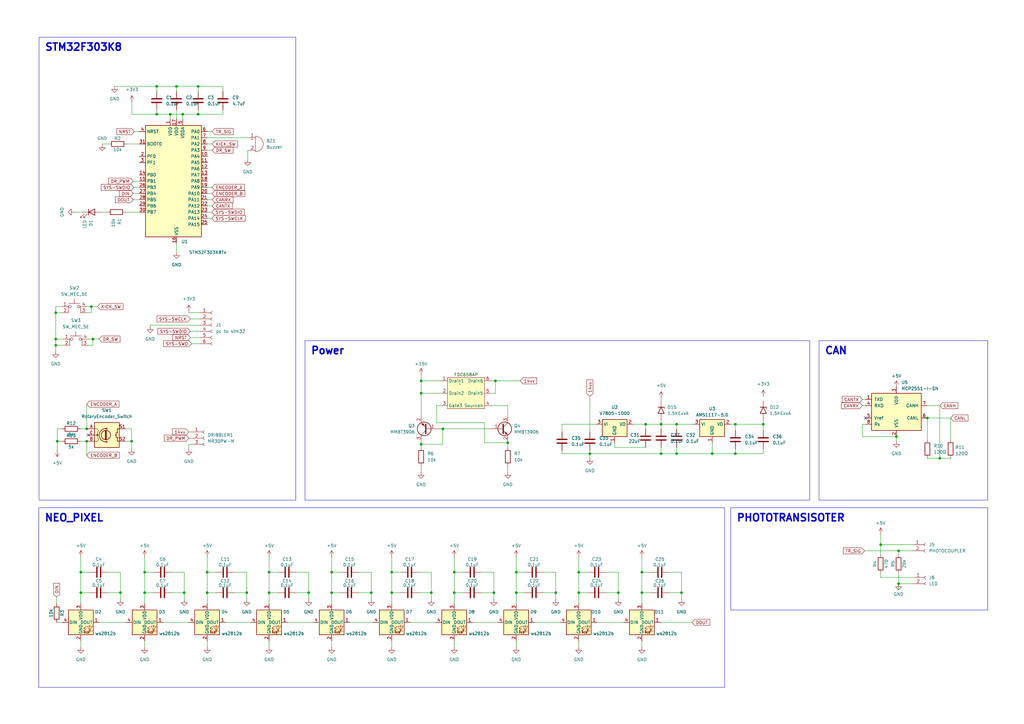
<source format=kicad_sch>
(kicad_sch (version 20230121) (generator eeschema)
  (paper "A3")
  (title_block (title "Ri-one_SSL_DCDC_Converter2.0") (date "2023-09-29") (company "Ri-one_SSL") (comment 1 "made by Kotaro OCHIISHI"))
  (junction (at 313.055 173.99))
  (junction (at 53.975 180.975))
  (junction (at 368.554 239.395))
  (junction (at 211.709 234.696))
  (junction (at 176.911 243.078))
  (junction (at 361.188 223.393))
  (junction (at 33.147 234.696))
  (junction (at 22.86 128.27))
  (junction (at 152.273 243.078))
  (junction (at 208.28 181.61))
  (junction (at 301.625 186.055))
  (junction (at 136.017 243.078))
  (junction (at 172.72 182.245))
  (junction (at 38.1 139.065))
  (junction (at 64.262 46.863))
  (junction (at 81.28 46.863))
  (junction (at 292.1 186.055))
  (junction (at 64.262 35.433))
  (junction (at 368.554 225.933))
  (junction (at 181.61 175.895))
  (junction (at 101.219 243.078))
  (junction (at 237.363 234.696))
  (junction (at 271.145 173.99))
  (junction (at 33.147 243.078))
  (junction (at 385.445 187.96))
  (junction (at 81.28 35.433))
  (junction (at 69.85 46.863))
  (junction (at 263.271 243.078))
  (junction (at 172.72 156.21))
  (junction (at 367.665 179.07))
  (junction (at 186.309 243.078))
  (junction (at 277.495 186.055))
  (junction (at 202.565 243.078))
  (junction (at 203.2 156.21))
  (junction (at 35.56 180.975))
  (junction (at 160.655 234.696))
  (junction (at 186.309 234.696))
  (junction (at 22.86 139.065))
  (junction (at 227.965 243.078))
  (junction (at 380.365 171.45))
  (junction (at 110.363 234.696))
  (junction (at 59.309 243.078))
  (junction (at 35.56 175.895))
  (junction (at 126.619 243.078))
  (junction (at 74.93 46.863))
  (junction (at 263.271 234.696))
  (junction (at 301.625 173.99))
  (junction (at 84.963 234.696))
  (junction (at 136.017 234.696))
  (junction (at 172.72 161.29))
  (junction (at 277.495 173.99))
  (junction (at 237.363 243.078))
  (junction (at 22.86 141.605))
  (junction (at 37.465 125.73))
  (junction (at 75.565 243.078))
  (junction (at 110.363 243.078))
  (junction (at 271.145 186.055))
  (junction (at 49.403 243.078))
  (junction (at 59.309 234.696))
  (junction (at 23.495 180.975))
  (junction (at 264.795 173.99))
  (junction (at 241.935 186.055))
  (junction (at 160.655 243.078))
  (junction (at 279.527 243.078))
  (junction (at 84.963 243.078))
  (junction (at 253.619 243.078))
  (junction (at 72.39 35.433))
  (junction (at 211.709 243.078))
  (no_connect (at 36.195 178.435))
  (no_connect (at 354.965 171.45))
  (wire (pts (xy 252.095 183.515) (xy 264.795 183.515)))
  (wire (pts (xy 110.363 234.696) (xy 110.363 243.078)))
  (wire (pts (xy 117.983 255.27) (xy 128.397 255.27)))
  (wire (pts (xy 78.105 138.43) (xy 81.915 138.43)))
  (wire (pts (xy 85.09 86.995) (xy 86.868 86.995)))
  (wire (pts (xy 23.241 244.856) (xy 23.241 247.65)))
  (wire (pts (xy 186.309 234.696) (xy 186.309 243.078)))
  (wire (pts (xy 91.44 35.433) (xy 81.28 35.433)))
  (wire (pts (xy 222.885 243.078) (xy 227.965 243.078)))
  (wire (pts (xy 44.45 59.055) (xy 41.91 59.055)))
  (wire (pts (xy 160.655 234.696) (xy 164.211 234.696)))
  (wire (pts (xy 35.56 125.73) (xy 37.465 125.73)))
  (wire (pts (xy 168.275 255.27) (xy 178.689 255.27)))
  (wire (pts (xy 102.235 61.595) (xy 101.6 61.595)))
  (wire (pts (xy 160.655 262.89) (xy 160.655 265.43)))
  (wire (pts (xy 81.28 46.863) (xy 81.28 45.085)))
  (wire (pts (xy 74.93 48.895) (xy 74.93 46.863)))
  (wire (pts (xy 277.495 173.99) (xy 284.48 173.99)))
  (wire (pts (xy 64.262 35.433) (xy 72.39 35.433)))
  (wire (pts (xy 253.619 234.696) (xy 253.619 243.078)))
  (wire (pts (xy 96.139 234.696) (xy 101.219 234.696)))
  (wire (pts (xy 64.262 46.863) (xy 69.85 46.863)))
  (wire (pts (xy 274.447 243.078) (xy 279.527 243.078)))
  (wire (pts (xy 271.145 186.055) (xy 271.145 183.515)))
  (wire (pts (xy 230.505 186.055) (xy 241.935 186.055)))
  (wire (pts (xy 23.495 175.895) (xy 23.495 180.975)))
  (wire (pts (xy 271.145 173.99) (xy 271.145 175.895)))
  (wire (pts (xy 43.942 86.995) (xy 41.402 86.995)))
  (wire (pts (xy 237.363 243.078) (xy 237.363 247.65)))
  (wire (pts (xy 171.831 234.696) (xy 176.911 234.696)))
  (wire (pts (xy 313.055 186.055) (xy 313.055 184.15)))
  (wire (pts (xy 75.565 234.696) (xy 75.565 243.078)))
  (wire (pts (xy 77.47 179.705) (xy 78.74 179.705)))
  (wire (pts (xy 85.09 61.595) (xy 86.995 61.595)))
  (wire (pts (xy 53.975 180.975) (xy 53.975 184.15)))
  (wire (pts (xy 136.017 228.346) (xy 136.017 234.696)))
  (wire (pts (xy 252.095 181.61) (xy 252.095 183.515)))
  (wire (pts (xy 96.139 243.078) (xy 101.219 243.078)))
  (wire (pts (xy 77.47 177.165) (xy 78.74 177.165)))
  (wire (pts (xy 172.72 153.67) (xy 172.72 156.21)))
  (wire (pts (xy 313.055 173.99) (xy 313.055 176.53)))
  (wire (pts (xy 22.86 128.27) (xy 22.86 125.73)))
  (wire (pts (xy 201.295 166.37) (xy 208.28 166.37)))
  (wire (pts (xy 227.965 243.078) (xy 227.965 245.872)))
  (wire (pts (xy 271.145 163.195) (xy 271.145 164.465)))
  (wire (pts (xy 160.655 243.078) (xy 164.211 243.078)))
  (wire (pts (xy 85.09 53.975) (xy 86.995 53.975)))
  (wire (pts (xy 22.86 141.605) (xy 26.035 141.605)))
  (wire (pts (xy 54.102 46.863) (xy 54.102 41.783)))
  (wire (pts (xy 61.595 133.35) (xy 61.595 133.985)))
  (wire (pts (xy 259.715 173.99) (xy 264.795 173.99)))
  (wire (pts (xy 301.625 186.055) (xy 301.625 184.15)))
  (wire (pts (xy 85.09 84.455) (xy 86.995 84.455)))
  (wire (pts (xy 23.241 255.27) (xy 25.527 255.27)))
  (wire (pts (xy 33.147 262.89) (xy 33.147 265.43)))
  (wire (pts (xy 84.963 262.89) (xy 84.963 265.43)))
  (wire (pts (xy 277.495 173.99) (xy 277.495 175.895)))
  (wire (pts (xy 35.56 165.735) (xy 35.56 175.895)))
  (wire (pts (xy 70.485 234.696) (xy 75.565 234.696)))
  (wire (pts (xy 203.2 161.29) (xy 203.2 156.21)))
  (wire (pts (xy 110.363 234.696) (xy 113.919 234.696)))
  (wire (pts (xy 84.963 243.078) (xy 84.963 247.65)))
  (wire (pts (xy 101.6 61.595) (xy 101.6 65.405)))
  (wire (pts (xy 22.86 128.27) (xy 25.4 128.27)))
  (wire (pts (xy 198.755 181.61) (xy 208.28 181.61)))
  (wire (pts (xy 59.309 243.078) (xy 59.309 247.65)))
  (wire (pts (xy 22.86 139.065) (xy 26.035 139.065)))
  (wire (pts (xy 186.309 262.89) (xy 186.309 265.43)))
  (wire (pts (xy 237.363 234.696) (xy 240.919 234.696)))
  (wire (pts (xy 101.219 234.696) (xy 101.219 243.078)))
  (wire (pts (xy 33.02 180.975) (xy 35.56 180.975)))
  (wire (pts (xy 374.65 236.855) (xy 361.188 236.855)))
  (wire (pts (xy 264.795 173.99) (xy 271.145 173.99)))
  (wire (pts (xy 263.271 243.078) (xy 266.827 243.078)))
  (wire (pts (xy 211.709 234.696) (xy 215.265 234.696)))
  (wire (pts (xy 81.915 128.27) (xy 77.47 128.27)))
  (wire (pts (xy 59.309 228.346) (xy 59.309 234.696)))
  (wire (pts (xy 33.147 234.696) (xy 36.703 234.696)))
  (wire (pts (xy 54.61 81.915) (xy 57.15 81.915)))
  (wire (pts (xy 59.309 234.696) (xy 62.865 234.696)))
  (wire (pts (xy 237.363 234.696) (xy 237.363 243.078)))
  (wire (pts (xy 81.28 46.863) (xy 91.44 46.863)))
  (wire (pts (xy 180.975 156.21) (xy 172.72 156.21)))
  (wire (pts (xy 54.61 79.375) (xy 57.15 79.375)))
  (wire (pts (xy 271.145 172.085) (xy 271.145 173.99)))
  (wire (pts (xy 160.655 228.346) (xy 160.655 234.696)))
  (wire (pts (xy 23.495 180.975) (xy 23.495 184.785)))
  (wire (pts (xy 53.975 180.975) (xy 51.435 180.975)))
  (wire (pts (xy 211.709 228.346) (xy 211.709 234.696)))
  (wire (pts (xy 176.911 234.696) (xy 176.911 243.078)))
  (wire (pts (xy 301.625 186.055) (xy 313.055 186.055)))
  (wire (pts (xy 180.975 166.37) (xy 179.07 166.37)))
  (wire (pts (xy 244.983 255.27) (xy 255.651 255.27)))
  (wire (pts (xy 51.435 175.895) (xy 53.975 175.895)))
  (wire (pts (xy 380.365 187.96) (xy 385.445 187.96)))
  (wire (pts (xy 179.07 173.355) (xy 198.755 173.355)))
  (wire (pts (xy 180.34 175.895) (xy 181.61 175.895)))
  (wire (pts (xy 172.72 180.975) (xy 172.72 182.245)))
  (wire (pts (xy 208.28 180.975) (xy 208.28 181.61)))
  (wire (pts (xy 389.89 171.45) (xy 389.89 180.34)))
  (wire (pts (xy 181.61 182.245) (xy 181.61 175.895)))
  (wire (pts (xy 353.695 163.83) (xy 354.965 163.83)))
  (wire (pts (xy 136.017 234.696) (xy 139.573 234.696)))
  (wire (pts (xy 23.495 180.975) (xy 25.4 180.975)))
  (wire (pts (xy 33.147 234.696) (xy 33.147 243.078)))
  (wire (pts (xy 84.963 234.696) (xy 88.519 234.696)))
  (wire (pts (xy 152.273 243.078) (xy 152.273 245.872)))
  (wire (pts (xy 91.44 37.465) (xy 91.44 35.433)))
  (wire (pts (xy 179.07 166.37) (xy 179.07 173.355)))
  (wire (pts (xy 227.965 234.696) (xy 227.965 243.078)))
  (wire (pts (xy 380.365 171.45) (xy 389.89 171.45)))
  (wire (pts (xy 110.363 243.078) (xy 113.919 243.078)))
  (wire (pts (xy 36.195 139.065) (xy 38.1 139.065)))
  (wire (pts (xy 279.527 234.696) (xy 279.527 243.078)))
  (wire (pts (xy 35.56 180.975) (xy 35.56 186.69)))
  (wire (pts (xy 186.309 234.696) (xy 189.865 234.696)))
  (wire (pts (xy 353.695 173.99) (xy 353.695 179.07)))
  (wire (pts (xy 41.91 59.055) (xy 41.91 59.309)))
  (wire (pts (xy 33.147 243.078) (xy 36.703 243.078)))
  (wire (pts (xy 59.309 234.696) (xy 59.309 243.078)))
  (wire (pts (xy 101.219 243.078) (xy 101.219 245.872)))
  (wire (pts (xy 66.929 255.27) (xy 77.343 255.27)))
  (wire (pts (xy 211.709 234.696) (xy 211.709 243.078)))
  (wire (pts (xy 77.47 128.27) (xy 77.47 127.635)))
  (wire (pts (xy 172.72 161.29) (xy 172.72 170.815)))
  (wire (pts (xy 152.273 234.696) (xy 152.273 243.078)))
  (wire (pts (xy 203.2 156.21) (xy 201.295 156.21)))
  (wire (pts (xy 301.625 173.99) (xy 301.625 176.53)))
  (wire (pts (xy 85.09 79.375) (xy 86.995 79.375)))
  (wire (pts (xy 54.61 74.295) (xy 57.15 74.295)))
  (wire (pts (xy 126.619 234.696) (xy 126.619 243.078)))
  (wire (pts (xy 368.554 225.933) (xy 374.396 225.933)))
  (wire (pts (xy 181.61 175.895) (xy 200.66 175.895)))
  (wire (pts (xy 211.709 243.078) (xy 215.265 243.078)))
  (wire (pts (xy 37.465 128.27) (xy 35.56 128.27)))
  (wire (pts (xy 385.445 166.37) (xy 385.445 187.96)))
  (wire (pts (xy 22.86 144.145) (xy 22.86 141.605)))
  (wire (pts (xy 277.495 186.055) (xy 292.1 186.055)))
  (wire (pts (xy 368.554 227.457) (xy 368.554 225.933)))
  (wire (pts (xy 110.363 262.89) (xy 110.363 265.43)))
  (wire (pts (xy 147.193 243.078) (xy 152.273 243.078)))
  (wire (pts (xy 248.539 234.696) (xy 253.619 234.696)))
  (wire (pts (xy 136.017 262.89) (xy 136.017 265.43)))
  (wire (pts (xy 49.403 243.078) (xy 49.403 245.872)))
  (wire (pts (xy 186.309 228.346) (xy 186.309 234.696)))
  (wire (pts (xy 121.539 243.078) (xy 126.619 243.078)))
  (wire (pts (xy 368.554 239.395) (xy 374.65 239.395)))
  (wire (pts (xy 81.915 140.97) (xy 78.74 140.97)))
  (wire (pts (xy 33.02 175.895) (xy 35.56 175.895)))
  (wire (pts (xy 361.188 236.855) (xy 361.188 235.077)))
  (wire (pts (xy 85.09 59.055) (xy 86.995 59.055)))
  (wire (pts (xy 197.485 243.078) (xy 202.565 243.078)))
  (wire (pts (xy 201.295 161.29) (xy 203.2 161.29)))
  (wire (pts (xy 77.47 184.15) (xy 77.47 182.245)))
  (wire (pts (xy 75.565 243.078) (xy 75.565 245.872)))
  (wire (pts (xy 263.271 234.696) (xy 266.827 234.696)))
  (wire (pts (xy 208.28 181.61) (xy 208.28 183.515)))
  (wire (pts (xy 219.329 255.27) (xy 229.743 255.27)))
  (wire (pts (xy 81.28 35.433) (xy 81.28 37.465)))
  (wire (pts (xy 59.309 243.078) (xy 62.865 243.078)))
  (wire (pts (xy 203.2 156.21) (xy 213.36 156.21)))
  (wire (pts (xy 274.447 234.696) (xy 279.527 234.696)))
  (wire (pts (xy 202.565 234.696) (xy 202.565 243.078)))
  (wire (pts (xy 186.309 243.078) (xy 189.865 243.078)))
  (wire (pts (xy 37.465 125.73) (xy 40.005 125.73)))
  (wire (pts (xy 136.017 243.078) (xy 136.017 247.65)))
  (wire (pts (xy 237.363 262.89) (xy 237.363 265.43)))
  (wire (pts (xy 53.975 175.895) (xy 53.975 180.975)))
  (wire (pts (xy 110.363 243.078) (xy 110.363 247.65)))
  (wire (pts (xy 292.1 186.055) (xy 301.625 186.055)))
  (wire (pts (xy 84.963 234.696) (xy 84.963 243.078)))
  (wire (pts (xy 72.39 45.085) (xy 72.39 48.895)))
  (wire (pts (xy 299.72 173.99) (xy 301.625 173.99)))
  (wire (pts (xy 279.527 243.078) (xy 279.527 245.872)))
  (wire (pts (xy 230.505 184.785) (xy 230.505 186.055)))
  (wire (pts (xy 292.1 186.055) (xy 292.1 181.61)))
  (wire (pts (xy 44.323 243.078) (xy 49.403 243.078)))
  (wire (pts (xy 172.72 156.21) (xy 172.72 161.29)))
  (wire (pts (xy 380.365 171.45) (xy 380.365 180.34)))
  (wire (pts (xy 241.935 186.055) (xy 241.935 187.96)))
  (wire (pts (xy 368.554 235.077) (xy 368.554 239.395)))
  (wire (pts (xy 35.56 175.895) (xy 36.195 175.895)))
  (wire (pts (xy 74.93 46.863) (xy 81.28 46.863)))
  (wire (pts (xy 37.465 125.73) (xy 37.465 128.27)))
  (wire (pts (xy 172.72 182.245) (xy 181.61 182.245)))
  (wire (pts (xy 85.09 76.835) (xy 86.995 76.835)))
  (wire (pts (xy 85.09 89.535) (xy 86.868 89.535)))
  (wire (pts (xy 263.271 228.346) (xy 263.271 234.696)))
  (wire (pts (xy 361.188 219.075) (xy 361.188 223.393)))
  (wire (pts (xy 22.86 125.73) (xy 25.4 125.73)))
  (wire (pts (xy 241.935 186.055) (xy 271.145 186.055)))
  (wire (pts (xy 64.262 37.465) (xy 64.262 35.433)))
  (wire (pts (xy 271.145 186.055) (xy 277.495 186.055)))
  (wire (pts (xy 52.07 59.055) (xy 57.15 59.055)))
  (wire (pts (xy 38.1 139.065) (xy 40.64 139.065)))
  (wire (pts (xy 69.85 46.863) (xy 74.93 46.863)))
  (wire (pts (xy 51.562 86.995) (xy 57.15 86.995)))
  (wire (pts (xy 263.271 243.078) (xy 263.271 247.65)))
  (wire (pts (xy 172.72 191.135) (xy 172.72 193.675)))
  (wire (pts (xy 143.637 255.27) (xy 153.035 255.27)))
  (wire (pts (xy 33.147 228.346) (xy 33.147 234.696)))
  (wire (pts (xy 313.055 172.085) (xy 313.055 173.99)))
  (wire (pts (xy 69.85 46.863) (xy 69.85 48.895)))
  (wire (pts (xy 84.963 228.346) (xy 84.963 234.696)))
  (wire (pts (xy 38.1 141.605) (xy 36.195 141.605)))
  (wire (pts (xy 237.363 228.346) (xy 237.363 234.696)))
  (wire (pts (xy 46.99 35.433) (xy 64.262 35.433)))
  (wire (pts (xy 271.145 173.99) (xy 277.495 173.99)))
  (wire (pts (xy 263.271 234.696) (xy 263.271 243.078)))
  (wire (pts (xy 186.309 243.078) (xy 186.309 247.65)))
  (wire (pts (xy 172.72 161.29) (xy 180.975 161.29)))
  (wire (pts (xy 208.28 191.135) (xy 208.28 193.675)))
  (wire (pts (xy 54.864 76.835) (xy 57.15 76.835)))
  (wire (pts (xy 25.4 175.895) (xy 23.495 175.895)))
  (wire (pts (xy 202.565 243.078) (xy 202.565 245.872)))
  (wire (pts (xy 193.929 255.27) (xy 204.089 255.27)))
  (wire (pts (xy 59.309 262.89) (xy 59.309 265.43)))
  (wire (pts (xy 211.709 243.078) (xy 211.709 247.65)))
  (wire (pts (xy 277.495 186.055) (xy 277.495 183.515)))
  (wire (pts (xy 198.755 173.355) (xy 198.755 181.61)))
  (wire (pts (xy 208.28 166.37) (xy 208.28 170.815)))
  (wire (pts (xy 380.365 166.37) (xy 385.445 166.37)))
  (wire (pts (xy 361.188 223.393) (xy 374.396 223.393)))
  (wire (pts (xy 270.891 255.27) (xy 283.845 255.27)))
  (wire (pts (xy 84.963 243.078) (xy 88.519 243.078)))
  (wire (pts (xy 22.86 139.065) (xy 22.86 128.27)))
  (wire (pts (xy 147.193 234.696) (xy 152.273 234.696)))
  (wire (pts (xy 33.782 86.995) (xy 30.48 86.995)))
  (wire (pts (xy 77.47 182.245) (xy 78.74 182.245)))
  (wire (pts (xy 78.105 130.81) (xy 81.915 130.81)))
  (wire (pts (xy 33.147 243.078) (xy 33.147 247.65)))
  (wire (pts (xy 353.695 166.37) (xy 354.965 166.37)))
  (wire (pts (xy 367.665 179.07) (xy 367.665 180.975)))
  (wire (pts (xy 64.262 46.863) (xy 54.102 46.863)))
  (wire (pts (xy 385.445 187.96) (xy 389.89 187.96)))
  (wire (pts (xy 44.323 234.696) (xy 49.403 234.696)))
  (wire (pts (xy 230.505 173.99) (xy 244.475 173.99)))
  (wire (pts (xy 121.539 234.696) (xy 126.619 234.696)))
  (wire (pts (xy 81.915 133.35) (xy 61.595 133.35)))
  (wire (pts (xy 172.72 182.245) (xy 172.72 183.515)))
  (wire (pts (xy 176.911 243.078) (xy 176.911 245.872)))
  (wire (pts (xy 22.86 141.605) (xy 22.86 139.065)))
  (wire (pts (xy 361.188 223.393) (xy 361.188 227.457)))
  (wire (pts (xy 49.403 234.696) (xy 49.403 243.078)))
  (wire (pts (xy 136.017 243.078) (xy 139.573 243.078)))
  (wire (pts (xy 263.271 262.89) (xy 263.271 265.43)))
  (wire (pts (xy 81.915 135.89) (xy 78.105 135.89)))
  (wire (pts (xy 222.885 234.696) (xy 227.965 234.696)))
  (wire (pts (xy 211.709 262.89) (xy 211.709 265.43)))
  (wire (pts (xy 353.695 173.99) (xy 354.965 173.99)))
  (wire (pts (xy 55.118 53.975) (xy 57.15 53.975)))
  (wire (pts (xy 85.09 81.915) (xy 86.995 81.915)))
  (wire (pts (xy 35.56 180.975) (xy 36.195 180.975)))
  (wire (pts (xy 353.695 179.07) (xy 367.665 179.07)))
  (wire (pts (xy 160.655 243.078) (xy 160.655 247.65)))
  (wire (pts (xy 72.39 99.695) (xy 72.39 103.505)))
  (wire (pts (xy 85.09 56.515) (xy 102.235 56.515)))
  (wire (pts (xy 241.935 162.56) (xy 241.935 177.165)))
  (wire (pts (xy 136.017 234.696) (xy 136.017 243.078)))
  (wire (pts (xy 301.625 173.99) (xy 313.055 173.99)))
  (wire (pts (xy 264.795 173.99) (xy 264.795 175.895)))
  (wire (pts (xy 248.539 243.078) (xy 253.619 243.078)))
  (wire (pts (xy 253.619 243.078) (xy 253.619 245.872)))
  (wire (pts (xy 160.655 234.696) (xy 160.655 243.078)))
  (wire (pts (xy 197.485 234.696) (xy 202.565 234.696)))
  (wire (pts (xy 91.44 46.863) (xy 91.44 45.085)))
  (wire (pts (xy 237.363 243.078) (xy 240.919 243.078)))
  (wire (pts (xy 64.262 45.085) (xy 64.262 46.863)))
  (wire (pts (xy 110.363 228.346) (xy 110.363 234.696)))
  (wire (pts (xy 354.584 225.933) (xy 368.554 225.933)))
  (wire (pts (xy 230.505 177.165) (xy 230.505 173.99)))
  (wire (pts (xy 171.831 243.078) (xy 176.911 243.078)))
  (wire (pts (xy 241.935 184.785) (xy 241.935 186.055)))
  (wire (pts (xy 126.619 243.078) (xy 126.619 245.872)))
  (wire (pts (xy 40.767 255.27) (xy 51.689 255.27)))
  (wire (pts (xy 70.485 243.078) (xy 75.565 243.078)))
  (wire (pts (xy 72.39 35.433) (xy 72.39 37.465)))
  (wire (pts (xy 38.1 139.065) (xy 38.1 141.605)))
  (wire (pts (xy 368.554 239.395) (xy 368.554 241.935)))
  (wire (pts (xy 92.583 255.27) (xy 102.743 255.27)))
  (wire (pts (xy 72.39 35.433) (xy 81.28 35.433)))
  (text_box "STM32F303K8" (at 16.002 15.24 0) (size 105.283 189.865) (effects (font (size 3 3) (thickness 0.6) bold) (justify left top)))
  (text_box "PHOTOTRANSISOTER" (at 299.72 208.28 0) (size 105.41 41.91) (effects (font (size 3 3) (thickness 0.6) bold) (justify left top)))
  (text_box "NEO_PIXEL" (at 15.875 208.28 0) (size 281.305 73.66) (effects (font (size 3 3) (thickness 0.6) bold) (justify left top)))
  (text_box "Power" (at 125.095 139.7 0) (size 207.01 65.405) (effects (font (size 3 3) (thickness 0.6) bold) (justify left top)))
  (text_box "CAN" (at 335.915 139.7 0) (size 69.215 65.405) (effects (font (size 3 3) (thickness 0.6) bold) (justify left top)))
  (global_label "NRST" (shape input) (at 55.118 53.975 180) (property "Intersheetrefs" "${INTERSHEET_REFS}" (effects hide)))
  (global_label "CANTX" (shape input) (at 86.995 84.455 0) (property "Intersheetrefs" "${INTERSHEET_REFS}" (effects hide)))
  (global_label "SYS-SWDIO" (shape input) (at 78.105 135.89 180) (property "Intersheetrefs" "${INTERSHEET_REFS}" (effects hide)))
  (global_label "ENCODER_B" (shape input) (at 86.995 79.375 0) (property "Intersheetrefs" "${INTERSHEET_REFS}" (effects hide)))
  (global_label "TR_SIG" (shape input) (at 86.995 53.975 0) (property "Intersheetrefs" "${INTERSHEET_REFS}" (effects hide)))
  (global_label "DR_SW" (shape input) (at 86.995 61.595 0) (property "Intersheetrefs" "${INTERSHEET_REFS}" (effects hide)))
  (global_label "ENCODER_B" (shape input) (at 35.56 186.69 0) (property "Intersheetrefs" "${INTERSHEET_REFS}" (effects hide)))
  (global_label "DR_SW" (shape input) (at 40.64 139.065 0) (property "Intersheetrefs" "${INTERSHEET_REFS}" (effects hide)))
  (global_label "SYS-SWO" (shape input) (at 78.613 140.97 180) (property "Intersheetrefs" "${INTERSHEET_REFS}" (effects hide)))
  (global_label "TR_SIG" (shape input) (at 354.584 225.933 180) (property "Intersheetrefs" "${INTERSHEET_REFS}" (effects hide)))
  (global_label "ENCODER_A" (shape input) (at 86.995 76.835 0) (property "Intersheetrefs" "${INTERSHEET_REFS}" (effects hide)))
  (global_label "CANRX" (shape input) (at 353.695 166.37 180) (property "Intersheetrefs" "${INTERSHEET_REFS}" (effects hide)))
  (global_label "DOUT" (shape input) (at 54.61 81.915 180) (property "Intersheetrefs" "${INTERSHEET_REFS}" (effects hide)))
  (global_label "DR_PWM" (shape input) (at 77.47 179.705 180) (property "Intersheetrefs" "${INTERSHEET_REFS}" (effects hide)))
  (global_label "KICK_SW" (shape input) (at 86.995 59.055 0) (property "Intersheetrefs" "${INTERSHEET_REFS}" (effects hide)))
  (global_label "NRST" (shape input) (at 78.105 138.43 180) (property "Intersheetrefs" "${INTERSHEET_REFS}" (effects hide)))
  (global_label "KICK_SW" (shape input) (at 40.005 125.73 0) (property "Intersheetrefs" "${INTERSHEET_REFS}" (effects hide)))
  (global_label "DIN" (shape input) (at 54.61 79.375 180) (property "Intersheetrefs" "${INTERSHEET_REFS}" (effects hide)))
  (global_label "14vv" (shape input) (at 241.935 162.56 90) (property "Intersheetrefs" "${INTERSHEET_REFS}" (effects hide)))
  (global_label "DR_PWM" (shape input) (at 54.61 74.295 180) (property "Intersheetrefs" "${INTERSHEET_REFS}" (effects hide)))
  (global_label "CANL" (shape input) (at 389.89 171.45 0) (property "Intersheetrefs" "${INTERSHEET_REFS}" (effects hide)))
  (global_label "DIN" (shape input) (at 23.241 244.856 90) (property "Intersheetrefs" "${INTERSHEET_REFS}" (effects hide)))
  (global_label "DOUT" (shape input) (at 283.845 255.27 0) (property "Intersheetrefs" "${INTERSHEET_REFS}" (effects hide)))
  (global_label "CANH" (shape input) (at 385.445 166.37 0) (property "Intersheetrefs" "${INTERSHEET_REFS}" (effects hide)))
  (global_label "ENCODER_A" (shape input) (at 35.56 165.735 0) (property "Intersheetrefs" "${INTERSHEET_REFS}" (effects hide)))
  (global_label "SYS-SWDIO" (shape input) (at 54.864 76.835 180) (property "Intersheetrefs" "${INTERSHEET_REFS}" (effects hide)))
  (global_label "14vv" (shape input) (at 77.47 177.165 180) (property "Intersheetrefs" "${INTERSHEET_REFS}" (effects hide)))
  (global_label "SYS-SWDIO" (shape input) (at 86.868 86.995 0) (property "Intersheetrefs" "${INTERSHEET_REFS}" (effects hide)))
  (global_label "CANRX" (shape input) (at 86.995 81.915 0) (property "Intersheetrefs" "${INTERSHEET_REFS}" (effects hide)))
  (global_label "SYS-SWCLK" (shape input) (at 86.868 89.535 0) (property "Intersheetrefs" "${INTERSHEET_REFS}" (effects hide)))
  (global_label "SYS-SWCLK" (shape input) (at 78.105 130.81 180) (property "Intersheetrefs" "${INTERSHEET_REFS}" (effects hide)))
  (global_label "14vv" (shape input) (at 213.36 156.21 0) (property "Intersheetrefs" "${INTERSHEET_REFS}" (effects hide)))
  (global_label "CANTX" (shape input) (at 353.695 163.83 180) (property "Intersheetrefs" "${INTERSHEET_REFS}" (effects hide)))
  (symbol (lib_id "Device:C") (at 40.513 234.696 90) (unit 1)
    (property "Reference" "C4" (at 40.513 229.362 90))
    (property "Value" "0.1uF" (at 40.513 231.648 90))
    (property "Footprint" "C_0603_1608Metric" (effects hide))
  )
  (symbol (lib_id "MCU_ST_STM32F3:STM32F303K8Tx") (at 69.85 74.295 0) (unit 1)
    (property "Reference" "U1" (at 74.3459 99.06 0) (effects (justify left)))
    (property "Value" "STM32F303K8Tx" (at 77.47 103.505 0) (effects (justify left)))
    (property "Footprint" "Package_QFP:LQFP-32_7x7mm_P0.8mm" (effects hide))
    (property "Datasheet" "https://www.st.com/resource/en/datasheet/stm32f303k8.pdf" (effects hide))
  )
  (symbol (lib_id "Connector:Conn_01x02_Socket") (at 379.476 223.393 0) (unit 1)
    (property "Reference" "J5" (at 381 223.393 0) (effects (justify left)))
    (property "Value" "PHOTOCOUPLER" (at 381 225.933 0) (effects (justify left)))
  )
  (symbol (lib_id "power:GND") (at 253.619 245.872 0) (unit 1)
    (property "Reference" "#PWR028" (effects hide))
    (property "Value" "GND" (at 253.619 250.952 0))
  )
  (symbol (lib_id "Device:C") (at 264.795 179.705 0) (unit 1)
    (property "Reference" "C31" (at 258.445 178.435 0) (effects (justify left)))
    (property "Value" "22uF" (at 257.81 180.975 0) (effects (justify left)))
    (property "Footprint" "C_0603_1608Metric" (effects hide))
  )
  (symbol (lib_id "power:GND") (at 367.665 180.975 0) (unit 1)
    (property "Reference" "#PWR059" (effects hide))
    (property "Value" "GND" (at 367.665 186.055 0))
  )
  (symbol (lib_id "power:GND") (at 208.28 193.675 0) (unit 1)
    (property "Reference" "#PWR054" (effects hide))
    (property "Value" "GND" (at 208.28 198.755 0))
  )
  (symbol (lib_id "power:GND") (at 61.595 133.985 0) (unit 1)
    (property "Reference" "#PWR07" (effects hide))
    (property "Value" "GND" (at 61.595 139.065 0))
  )
  (symbol (lib_id "LED:NeoPixel_THT") (at 237.363 255.27 0) (unit 1)
    (property "Reference" "D10" (at 244.475 250.952 0))
    (property "Value" "ws2812b" (at 247.523 259.842 0))
    (property "Datasheet" "https://www.adafruit.com/product/1938" (effects hide))
  )
  (symbol (lib_id "power:GND") (at 136.017 265.43 0) (unit 1)
    (property "Reference" "#PWR034" (effects hide))
    (property "Value" "GND" (at 136.017 270.51 0))
  )
  (symbol (lib_id "power:GND") (at 126.619 245.872 0) (unit 1)
    (property "Reference" "#PWR018" (effects hide))
    (property "Value" "GND" (at 126.619 250.952 0))
  )
  (symbol (lib_id "power:GND") (at 46.99 35.433 0) (unit 1)
    (property "Reference" "#PWR02" (effects hide))
    (property "Value" "GND" (at 46.99 40.513 0))
  )
  (symbol (lib_id "power:+3V3") (at 313.055 162.56 0) (unit 1)
    (property "Reference" "#PWR041" (effects hide))
    (property "Value" "+3V3" (at 313.055 157.48 0))
  )
  (symbol (lib_id "power:+5V") (at 263.271 228.346 0) (unit 1)
    (property "Reference" "#PWR029" (effects hide))
    (property "Value" "+5V" (at 263.271 223.774 0))
  )
  (symbol (lib_id "Device:C") (at 91.44 41.275 0) (unit 1)
    (property "Reference" "C9" (at 95.25 40.005 0) (effects (justify left)))
    (property "Value" "4.7uF" (at 95.25 42.545 0) (effects (justify left)))
    (property "Footprint" "C_0603_1608Metric" (effects hide))
  )
  (symbol (lib_id "Connector:Conn_01x06_Socket") (at 86.995 133.35 0) (unit 1)
    (property "Reference" "J1" (at 88.519 133.35 0) (effects (justify left)))
    (property "Value" "pc to stm32" (at 88.519 135.89 0) (effects (justify left)))
  )
  (symbol (lib_id "Device:C") (at 301.625 180.34 0) (unit 1)
    (property "Reference" "C34" (at 305.435 179.07 0) (effects (justify left)))
    (property "Value" "0.1uF" (at 305.435 181.61 0) (effects (justify left)))
    (property "Footprint" "C_0603_1608Metric" (effects hide))
  )
  (symbol (lib_id "Device:C") (at 270.637 243.078 90) (unit 1)
    (property "Reference" "C26" (at 270.637 238.252 90))
    (property "Value" "0.1uF" (at 270.637 240.03 90))
    (property "Footprint" "C_0603_1608Metric" (effects hide))
  )
  (symbol (lib_id "LED:NeoPixel_THT") (at 84.963 255.27 0) (unit 1)
    (property "Reference" "D4" (at 92.075 250.952 0))
    (property "Value" "ws2812b" (at 95.123 259.842 0))
    (property "Datasheet" "https://www.adafruit.com/product/1938" (effects hide))
  )
  (symbol (lib_id "power:GND") (at 84.963 265.43 0) (unit 1)
    (property "Reference" "#PWR032" (effects hide))
    (property "Value" "GND" (at 84.963 270.51 0))
  )
  (symbol (lib_id "LED:NeoPixel_THT") (at 160.655 255.27 0) (unit 1)
    (property "Reference" "D7" (at 167.767 250.952 0))
    (property "Value" "ws2812b" (at 170.815 259.842 0))
    (property "Datasheet" "https://www.adafruit.com/product/1938" (effects hide))
  )
  (symbol (lib_id "Diode:1.5KExxA") (at 271.145 168.275 270) (unit 1)
    (property "Reference" "D15" (at 273.685 167.005 90) (effects (justify left)))
    (property "Value" "1.5KExxA" (at 273.685 169.545 90) (effects (justify left)))
    (property "Footprint" "Diode_THT:D_DO-201AE_P15.24mm_Horizontal" (effects hide))
    (property "Datasheet" "https://www.vishay.com/docs/88301/15ke.pdf" (effects hide))
  )
  (symbol (lib_id "power:GND") (at 110.363 265.43 0) (unit 1)
    (property "Reference" "#PWR033" (effects hide))
    (property "Value" "GND" (at 110.363 270.51 0))
  )
  (symbol (lib_id "Device:C") (at 40.513 243.078 90) (unit 1)
    (property "Reference" "C5" (at 40.513 238.252 90))
    (property "Value" "0.1uF" (at 40.513 240.03 90))
    (property "Footprint" "C_0603_1608Metric" (effects hide))
  )
  (symbol (lib_id "Device:C") (at 92.329 243.078 90) (unit 1)
    (property "Reference" "C12" (at 92.329 238.252 90))
    (property "Value" "0.1uF" (at 92.329 240.03 90))
    (property "Footprint" "C_0603_1608Metric" (effects hide))
  )
  (symbol (lib_id "Device:C") (at 66.675 243.078 90) (unit 1)
    (property "Reference" "C7" (at 66.675 238.252 90))
    (property "Value" "0.1uF" (at 66.675 240.03 90))
    (property "Footprint" "C_0603_1608Metric" (effects hide))
  )
  (symbol (lib_id "power:GND") (at 202.565 245.872 0) (unit 1)
    (property "Reference" "#PWR024" (effects hide))
    (property "Value" "GND" (at 202.565 250.952 0))
  )
  (symbol (lib_id "Device:C") (at 143.383 234.696 90) (unit 1)
    (property "Reference" "C15" (at 143.383 229.362 90))
    (property "Value" "0.1uF" (at 143.383 231.648 90))
    (property "Footprint" "C_0603_1608Metric" (effects hide))
  )
  (symbol (lib_id "power:GND") (at 49.403 245.872 0) (unit 1)
    (property "Reference" "#PWR05" (effects hide))
    (property "Value" "GND" (at 49.403 250.952 0))
  )
  (symbol (lib_id "Connector:Conn_01x02_Socket") (at 379.73 236.855 0) (unit 1)
    (property "Reference" "J6" (at 381 236.855 0) (effects (justify left)))
    (property "Value" "LED" (at 381 239.395 0) (effects (justify left)))
  )
  (symbol (lib_id "Device:R") (at 29.21 180.975 90) (unit 1)
    (property "Reference" "R13" (at 29.21 178.689 90))
    (property "Value" "5k" (at 29.21 183.261 90))
    (property "Footprint" "C_0603_1608Metric" (effects hide))
  )
  (symbol (lib_id "Device:C") (at 81.28 41.275 0) (unit 1)
    (property "Reference" "C3" (at 85.09 40.005 0) (effects (justify left)))
    (property "Value" "0.1uF" (at 85.09 42.545 0) (effects (justify left)))
    (property "Footprint" "C_0603_1608Metric" (effects hide))
  )
  (symbol (lib_id "power:GND") (at 176.911 245.872 0) (unit 1)
    (property "Reference" "#PWR022" (effects hide))
    (property "Value" "GND" (at 176.911 250.952 0))
  )
  (symbol (lib_id "Device:R") (at 208.28 187.325 0) (unit 1)
    (property "Reference" "R7" (at 210.82 186.055 0) (effects (justify left)))
    (property "Value" "10k" (at 210.82 188.595 0) (effects (justify left)))
    (property "Footprint" "C_0603_1608Metric" (effects hide))
  )
  (symbol (lib_id "Transistor_BJT:MMBT3906") (at 205.74 175.895 0) (unit 1)
    (property "Reference" "Q4" (at 210.82 174.625 0) (effects (justify left)))
    (property "Value" "MMBT3906" (at 210.82 177.165 0) (effects (justify left)))
    (property "Footprint" "Package_TO_SOT_SMD:SOT-23" (effects hide))
    (property "Datasheet" "https://www.onsemi.com/pub/Collateral/2N3906-D.PDF" (effects hide))
  )
  (symbol (lib_id "Device:C") (at 313.055 180.34 0) (unit 1)
    (property "Reference" "C36" (at 316.865 179.07 0) (effects (justify left)))
    (property "Value" "0.1uF" (at 316.865 181.61 0) (effects (justify left)))
    (property "Footprint" "C_0603_1608Metric" (effects hide))
  )
  (symbol (lib_id "power:GND") (at 160.655 265.43 0) (unit 1)
    (property "Reference" "#PWR035" (effects hide))
    (property "Value" "GND" (at 160.655 270.51 0))
  )
  (symbol (lib_id "LED:NeoPixel_THT") (at 211.709 255.27 0) (unit 1)
    (property "Reference" "D9" (at 218.821 250.952 0))
    (property "Value" "ws2812b" (at 221.869 259.842 0))
    (property "Datasheet" "https://www.adafruit.com/product/1938" (effects hide))
  )
  (symbol (lib_id "LED:NeoPixel_THT") (at 33.147 255.27 0) (unit 1)
    (property "Reference" "D2" (at 40.259 250.952 0))
    (property "Value" "ws2812b" (at 43.307 259.842 0))
    (property "Datasheet" "https://www.adafruit.com/product/1938" (effects hide))
  )
  (symbol (lib_id "power:+5V") (at 136.017 228.346 0) (unit 1)
    (property "Reference" "#PWR019" (effects hide))
    (property "Value" "+5V" (at 136.017 223.774 0))
  )
  (symbol (lib_id "Device:C") (at 270.637 234.696 90) (unit 1)
    (property "Reference" "C25" (at 270.637 229.362 90))
    (property "Value" "0.1uF" (at 270.637 231.648 90))
    (property "Footprint" "C_0603_1608Metric" (effects hide))
  )
  (symbol (lib_id "Device:C") (at 64.262 41.275 0) (unit 1)
    (property "Reference" "C1" (at 68.072 40.005 0) (effects (justify left)))
    (property "Value" "0.1uF" (at 68.072 42.545 0) (effects (justify left)))
    (property "Footprint" "C_0603_1608Metric" (effects hide))
  )
  (symbol (lib_id "Device:C") (at 277.495 179.705 0) (unit 1)
    (property "Reference" "C32" (at 281.305 178.435 0) (effects (justify left)))
    (property "Value" "0.1uF" (at 281.305 180.975 0) (effects (justify left)))
    (property "Footprint" "C_0603_1608Metric" (effects hide))
  )
  (symbol (lib_id "Device:C") (at 117.729 234.696 90) (unit 1)
    (property "Reference" "C13" (at 117.729 229.362 90))
    (property "Value" "0.1uF" (at 117.729 231.648 90))
    (property "Footprint" "C_0603_1608Metric" (effects hide))
  )
  (symbol (lib_id "power:GND") (at 59.309 265.43 0) (unit 1)
    (property "Reference" "#PWR031" (effects hide))
    (property "Value" "GND" (at 59.309 270.51 0))
  )
  (symbol (lib_id "power:GND") (at 22.86 144.145 0) (unit 1)
    (property "Reference" "#PWR064" (effects hide))
    (property "Value" "GND" (at 22.86 149.225 0))
  )
  (symbol (lib_id "power:GND") (at 72.39 103.505 0) (unit 1)
    (property "Reference" "#PWR011" (effects hide))
    (property "Value" "GND" (at 72.39 108.585 0))
  )
  (symbol (lib_id "power:GND") (at 263.271 265.43 0) (unit 1)
    (property "Reference" "#PWR039" (effects hide))
    (property "Value" "GND" (at 263.271 270.51 0))
  )
  (symbol (lib_id "power:+15V") (at 172.72 153.67 0) (unit 1)
    (property "Reference" "#PWR062" (effects hide))
    (property "Value" "+15V" (at 172.72 149.225 0))
  )
  (symbol (lib_id "Interface_CAN_LIN:MCP2551-I-SN") (at 367.665 168.91 0) (unit 1)
    (property "Reference" "U5" (at 369.6209 156.845 0) (effects (justify left)))
    (property "Value" "MCP2551-I-SN" (at 369.6209 159.385 0) (effects (justify left)))
    (property "Footprint" "Package_SO:SOIC-8_3.9x4.9mm_P1.27mm" (effects hide))
    (property "Datasheet" "http://ww1.microchip.com/downloads/en/devicedoc/21667d.pdf" (effects hide))
  )
  (symbol (lib_id "power:+3V3") (at 54.102 41.783 0) (unit 1)
    (property "Reference" "#PWR01" (effects hide))
    (property "Value" "+3V3" (at 54.102 36.703 0))
  )
  (symbol (lib_id "Device:C") (at 219.075 243.078 90) (unit 1)
    (property "Reference" "C22" (at 219.075 238.252 90))
    (property "Value" "0.1uF" (at 219.075 240.03 90))
    (property "Footprint" "C_0603_1608Metric" (effects hide))
  )
  (symbol (lib_id "Device:R") (at 389.89 184.15 180) (unit 1)
    (property "Reference" "R11" (at 391.795 183.515 0) (effects (justify right)))
    (property "Value" "120Ω" (at 391.795 186.055 0) (effects (justify right)))
    (property "Footprint" "Resistor_SMD:R_2512_6332Metric" (effects hide))
  )
  (symbol (lib_id "Device:C") (at 143.383 243.078 90) (unit 1)
    (property "Reference" "C16" (at 143.383 238.252 90))
    (property "Value" "0.1uF" (at 143.383 240.03 90))
    (property "Footprint" "C_0603_1608Metric" (effects hide))
  )
  (symbol (lib_id "Device:C") (at 66.675 234.696 90) (unit 1)
    (property "Reference" "C6" (at 66.675 229.362 90))
    (property "Value" "0.1uF" (at 66.675 231.648 90))
    (property "Footprint" "C_0603_1608Metric" (effects hide))
  )
  (symbol (lib_id "Device:RotaryEncoder_Switch") (at 43.815 178.435 0) (unit 1)
    (property "Reference" "SW1" (at 43.815 168.275 0))
    (property "Value" "RotaryEncoder_Switch" (at 43.815 170.815 0))
  )
  (symbol (lib_id "Device:C") (at 244.729 234.696 90) (unit 1)
    (property "Reference" "C23" (at 244.729 229.362 90))
    (property "Value" "0.1uF" (at 244.729 231.648 90))
    (property "Footprint" "C_0603_1608Metric" (effects hide))
  )
  (symbol (lib_id "LED:NeoPixel_THT") (at 263.271 255.27 0) (unit 1)
    (property "Reference" "D11" (at 270.383 250.952 0))
    (property "Value" "ws2812b" (at 273.431 259.842 0))
    (property "Datasheet" "https://www.adafruit.com/product/1938" (effects hide))
  )
  (symbol (lib_id "power:GND") (at 172.72 193.675 0) (unit 1)
    (property "Reference" "#PWR053" (effects hide))
    (property "Value" "GND" (at 172.72 198.755 0))
  )
  (symbol (lib_id "power:+5V") (at 59.309 228.346 0) (unit 1)
    (property "Reference" "#PWR013" (effects hide))
    (property "Value" "+5V" (at 59.309 223.774 0))
  )
  (symbol (lib_id "Device:C") (at 72.39 41.275 0) (unit 1)
    (property "Reference" "C2" (at 76.2 40.005 0) (effects (justify left)))
    (property "Value" "0.1uF" (at 76.2 42.545 0) (effects (justify left)))
    (property "Footprint" "C_0603_1608Metric" (effects hide))
  )
  (symbol (lib_id "power:GND") (at 237.363 265.43 0) (unit 1)
    (property "Reference" "#PWR038" (effects hide))
    (property "Value" "GND" (at 237.363 270.51 0))
  )
  (symbol (lib_id "power:GND") (at 101.219 245.872 0) (unit 1)
    (property "Reference" "#PWR016" (effects hide))
    (property "Value" "GND" (at 101.219 250.952 0))
  )
  (symbol (lib_id "Device:R") (at 361.188 231.267 180) (unit 1)
    (property "Reference" "R4" (at 358.902 231.267 90))
    (property "Value" "470" (at 363.474 231.267 90))
    (property "Footprint" "C_0603_1608Metric" (effects hide))
  )
  (symbol (lib_id "power:GND") (at 152.273 245.872 0) (unit 1)
    (property "Reference" "#PWR020" (effects hide))
    (property "Value" "GND" (at 152.273 250.952 0))
  )
  (symbol (lib_id "power:GND") (at 368.554 239.395 0) (unit 1)
    (property "Reference" "#PWR044" (effects hide))
    (property "Value" "GND" (at 368.554 243.713 0))
  )
  (symbol (lib_id "LED:NeoPixel_THT") (at 186.309 255.27 0) (unit 1)
    (property "Reference" "D8" (at 193.421 250.952 0))
    (property "Value" "ws2812b" (at 196.469 259.842 0))
    (property "Datasheet" "https://www.adafruit.com/product/1938" (effects hide))
  )
  (symbol (lib_id "Device:C") (at 193.675 234.696 90) (unit 1)
    (property "Reference" "C19" (at 193.675 229.362 90))
    (property "Value" "0.1uF" (at 193.675 231.648 90))
    (property "Footprint" "C_0603_1608Metric" (effects hide))
  )
  (symbol (lib_id "Device:C") (at 117.729 243.078 90) (unit 1)
    (property "Reference" "C14" (at 117.729 238.252 90))
    (property "Value" "0.1uF" (at 117.729 240.03 90))
    (property "Footprint" "C_0603_1608Metric" (effects hide))
  )
  (symbol (lib_id "Device:C") (at 241.935 180.975 0) (unit 1)
    (property "Reference" "C33" (at 245.745 179.705 0) (effects (justify left)))
    (property "Value" "0.1uF" (at 245.745 182.245 0) (effects (justify left)))
    (property "Footprint" "C_0603_1608Metric" (effects hide))
  )
  (symbol (lib_id "power:GND") (at 53.975 184.15 0) (unit 1)
    (property "Reference" "#PWR060" (effects hide))
    (property "Value" "GND" (at 53.975 189.23 0))
  )
  (symbol (lib_id "Device:C") (at 219.075 234.696 90) (unit 1)
    (property "Reference" "C21" (at 219.075 229.362 90))
    (property "Value" "0.1uF" (at 219.075 231.648 90))
    (property "Footprint" "C_0603_1608Metric" (effects hide))
  )
  (symbol (lib_id "Device:Buzzer") (at 104.775 59.055 0) (unit 1)
    (property "Reference" "BZ1" (at 109.22 57.785 0) (effects (justify left)))
    (property "Value" "Buzzer" (at 109.22 60.325 0) (effects (justify left)))
  )
  (symbol (lib_id "power:GND") (at 241.935 187.96 0) (unit 1)
    (property "Reference" "#PWR042" (effects hide))
    (property "Value" "GND" (at 241.935 193.04 0))
  )
  (symbol (lib_id "power:+5V") (at 110.363 228.346 0) (unit 1)
    (property "Reference" "#PWR017" (effects hide))
    (property "Value" "+5V" (at 110.363 223.774 0))
  )
  (symbol (lib_id "power:GND") (at 227.965 245.872 0) (unit 1)
    (property "Reference" "#PWR026" (effects hide))
    (property "Value" "GND" (at 227.965 250.952 0))
  )
  (symbol (lib_id "power:+5V") (at 84.963 228.346 0) (unit 1)
    (property "Reference" "#PWR015" (effects hide))
    (property "Value" "+5V" (at 84.963 223.774 0))
  )
  (symbol (lib_id "power:+5V") (at 361.188 219.075 0) (unit 1)
    (property "Reference" "#PWR043" (effects hide))
    (property "Value" "+5V" (at 361.188 214.503 0))
  )
  (symbol (lib_id "Device:R") (at 172.72 187.325 0) (unit 1)
    (property "Reference" "R6" (at 175.26 186.055 0) (effects (justify left)))
    (property "Value" "10k" (at 175.26 188.595 0) (effects (justify left)))
    (property "Footprint" "C_0603_1608Metric" (effects hide))
  )
  (symbol (lib_id "DCDC:FDC658AP") (at 191.135 163.83 0) (unit 1)
    (property "Reference" "F1" (effects hide))
    (property "Value" "~" (at 188.595 157.48 0))
    (property "Datasheet" "https://www.onsemi.com/pdf/datasheet/fdc658ap-d.pdf" (effects hide))
  )
  (symbol (lib_id "Regulator_Linear:AMS1117-5.0") (at 292.1 173.99 0) (unit 1)
    (property "Reference" "U3" (at 292.1 167.64 0))
    (property "Value" "AMS1117-5.0" (at 292.1 170.18 0))
    (property "Footprint" "Package_TO_SOT_SMD:SOT-223-3_TabPin2" (effects hide))
    (property "Datasheet" "http://www.advanced-monolithic.com/pdf/ds1117.pdf" (effects hide))
  )
  (symbol (lib_id "power:GND") (at 279.527 245.872 0) (unit 1)
    (property "Reference" "#PWR030" (effects hide))
    (property "Value" "GND" (at 279.527 250.952 0))
  )
  (symbol (lib_id "Switch:SW_MEC_5E") (at 31.115 141.605 0) (unit 1)
    (property "Reference" "SW3" (at 31.115 131.445 0))
    (property "Value" "SW_MEC_5E" (at 31.115 133.985 0))
    (property "Footprint" "Button_Switch_THT:SW_PUSH_6mm" (effects hide))
    (property "Datasheet" "http://www.apem.com/int/index.php?controller=attachment&id_attachment=1371" (effects hide))
  )
  (symbol (lib_id "Device:R") (at 48.26 59.055 90) (unit 1)
    (property "Reference" "R2" (at 48.26 56.769 90))
    (property "Value" "10k" (at 48.26 61.341 90))
    (property "Footprint" "C_0603_1608Metric" (effects hide))
  )
  (symbol (lib_id "Switch:SW_MEC_5E") (at 30.48 128.27 0) (unit 1)
    (property "Reference" "SW2" (at 30.48 118.11 0))
    (property "Value" "SW_MEC_5E" (at 30.48 120.65 0))
    (property "Footprint" "Button_Switch_THT:SW_PUSH_6mm" (effects hide))
    (property "Datasheet" "http://www.apem.com/int/index.php?controller=attachment&id_attachment=1371" (effects hide))
  )
  (symbol (lib_id "power:+5V") (at 211.709 228.346 0) (unit 1)
    (property "Reference" "#PWR025" (effects hide))
    (property "Value" "+5V" (at 211.709 223.774 0))
  )
  (symbol (lib_id "power:GND") (at 41.91 59.309 0) (unit 1)
    (property "Reference" "#PWR010" (effects hide))
    (property "Value" "GND" (at 41.91 56.769 0))
  )
  (symbol (lib_id "LED:NeoPixel_THT") (at 59.309 255.27 0) (unit 1)
    (property "Reference" "D3" (at 66.421 250.952 0))
    (property "Value" "ws2812b" (at 69.469 259.842 0))
    (property "Datasheet" "https://www.adafruit.com/product/1938" (effects hide))
  )
  (symbol (lib_id "power:GND") (at 186.309 265.43 0) (unit 1)
    (property "Reference" "#PWR036" (effects hide))
    (property "Value" "GND" (at 186.309 270.51 0))
  )
  (symbol (lib_id "power:GND") (at 101.6 65.405 0) (unit 1)
    (property "Reference" "#PWR047" (effects hide))
    (property "Value" "GND" (at 101.6 70.485 0))
  )
  (symbol (lib_id "power:+5V") (at 23.495 184.785 180) (unit 1)
    (property "Reference" "#PWR061" (effects hide))
    (property "Value" "+5V" (at 23.495 189.865 0))
  )
  (symbol (lib_id "Device:C") (at 271.145 179.705 0) (unit 1)
    (property "Reference" "C37" (at 274.955 178.435 0) (effects (justify left)))
    (property "Value" "0.1uF" (at 274.955 180.975 0) (effects (justify left)))
    (property "Footprint" "C_0603_1608Metric" (effects hide))
  )
  (symbol (lib_id "power:+3V3") (at 77.47 127.635 0) (unit 1)
    (property "Reference" "#PWR08" (effects hide))
    (property "Value" "+3V3" (at 77.47 122.555 0))
  )
  (symbol (lib_id "Device:C") (at 168.021 243.078 90) (unit 1)
    (property "Reference" "C18" (at 168.021 238.252 90))
    (property "Value" "0.1uF" (at 168.021 240.03 90))
    (property "Footprint" "C_0603_1608Metric" (effects hide))
  )
  (symbol (lib_id "power:GND") (at 75.565 245.872 0) (unit 1)
    (property "Reference" "#PWR014" (effects hide))
    (property "Value" "GND" (at 75.565 250.952 0))
  )
  (symbol (lib_id "Device:C") (at 193.675 243.078 90) (unit 1)
    (property "Reference" "C20" (at 193.675 238.252 90))
    (property "Value" "0.1uF" (at 193.675 240.03 90))
    (property "Footprint" "C_0603_1608Metric" (effects hide))
  )
  (symbol (lib_id "Device:C") (at 244.729 243.078 90) (unit 1)
    (property "Reference" "C24" (at 244.729 238.252 90))
    (property "Value" "0.1uF" (at 244.729 240.03 90))
    (property "Footprint" "C_0603_1608Metric" (effects hide))
  )
  (symbol (lib_id "Device:R") (at 29.21 175.895 90) (unit 1)
    (property "Reference" "R12" (at 29.21 173.609 90))
    (property "Value" "5k" (at 29.21 178.181 90))
    (property "Footprint" "C_0603_1608Metric" (effects hide))
  )
  (symbol (lib_id "power:GND") (at 33.147 265.43 0) (unit 1)
    (property "Reference" "#PWR04" (effects hide))
    (property "Value" "GND" (at 33.147 270.51 0))
  )
  (symbol (lib_id "power:+5V") (at 271.145 163.195 0) (unit 1)
    (property "Reference" "#PWR040" (effects hide))
    (property "Value" "+5V" (at 271.145 158.115 0))
  )
  (symbol (lib_id "power:+5V") (at 160.655 228.346 0) (unit 1)
    (property "Reference" "#PWR021" (effects hide))
    (property "Value" "+5V" (at 160.655 223.774 0))
  )
  (symbol (lib_id "Device:R") (at 380.365 184.15 0) (unit 1)
    (property "Reference" "R10" (at 382.905 182.88 0) (effects (justify left)))
    (property "Value" "120Ω" (at 382.905 185.42 0) (effects (justify left)))
    (property "Footprint" "Resistor_SMD:R_2512_6332Metric" (effects hide))
  )
  (symbol (lib_id "power:+5V") (at 186.309 228.346 0) (unit 1)
    (property "Reference" "#PWR023" (effects hide))
    (property "Value" "+5V" (at 186.309 223.774 0))
  )
  (symbol (lib_id "Device:R") (at 368.554 231.267 180) (unit 1)
    (property "Reference" "R5" (at 366.268 231.267 90))
    (property "Value" "20k" (at 370.84 231.267 90))
    (property "Footprint" "C_0603_1608Metric" (effects hide))
  )
  (symbol (lib_id "Transistor_BJT:MMBT3906") (at 175.26 175.895 180) (unit 1)
    (property "Reference" "Q3" (at 170.18 174.625 0) (effects (justify left)))
    (property "Value" "MMBT3906" (at 170.18 177.165 0) (effects (justify left)))
    (property "Footprint" "Package_TO_SOT_SMD:SOT-23" (effects hide))
    (property "Datasheet" "https://www.onsemi.com/pub/Collateral/2N3906-D.PDF" (effects hide))
  )
  (symbol (lib_id "LED:NeoPixel_THT") (at 110.363 255.27 0) (unit 1)
    (property "Reference" "D5" (at 117.475 250.952 0))
    (property "Value" "ws2812b" (at 120.523 259.842 0))
    (property "Datasheet" "https://www.adafruit.com/product/1938" (effects hide))
  )
  (symbol (lib_id "power:+5V") (at 33.147 228.346 0) (unit 1)
    (property "Reference" "#PWR012" (effects hide))
    (property "Value" "+5V" (at 33.147 223.774 0))
  )
  (symbol (lib_id "Device:C") (at 230.505 180.975 180) (unit 1)
    (property "Reference" "C35" (at 234.315 179.705 0) (effects (justify right)))
    (property "Value" "0.1uF" (at 234.315 182.245 0) (effects (justify right)))
    (property "Footprint" "C_0603_1608Metric" (effects hide))
  )
  (symbol (lib_id "Device:R") (at 23.241 251.46 0) (unit 1)
    (property "Reference" "R3" (at 25.527 251.46 90))
    (property "Value" "10k" (at 20.955 251.46 90))
    (property "Footprint" "C_0603_1608Metric" (effects hide))
  )
  (symbol (lib_id "power:+5V") (at 237.363 228.346 0) (unit 1)
    (property "Reference" "#PWR027" (effects hide))
    (property "Value" "+5V" (at 237.363 223.774 0))
  )
  (symbol (lib_id "power:GND") (at 77.47 184.15 0) (unit 1)
    (property "Reference" "#PWR063" (effects hide))
    (property "Value" "GND" (at 77.47 189.23 0))
  )
  (symbol (lib_id "Device:C") (at 92.329 234.696 90) (unit 1)
    (property "Reference" "C11" (at 92.329 229.362 90))
    (property "Value" "0.1uF" (at 92.329 231.648 90))
    (property "Footprint" "C_0603_1608Metric" (effects hide))
  )
  (symbol (lib_id "Device:LED") (at 37.592 86.995 0) (unit 1)
    (property "Reference" "D1" (at 37.2745 90.17 90) (effects (justify right)))
    (property "Value" "LED" (at 34.7345 90.17 90) (effects (justify right)))
    (property "Footprint" "C_0603_1608Metric" (effects hide))
  )
  (symbol (lib_id "Device:R") (at 47.752 86.995 270) (unit 1)
    (property "Reference" "R1" (at 49.022 89.535 0) (effects (justify left)))
    (property "Value" "10k" (at 46.482 89.535 0) (effects (justify left)))
    (property "Footprint" "C_0603_1608Metric" (effects hide))
  )
  (symbol (lib_id "LED:NeoPixel_THT") (at 136.017 255.27 0) (unit 1)
    (property "Reference" "D6" (at 143.129 250.952 0))
    (property "Value" "ws2812b" (at 146.177 259.842 0))
    (property "Datasheet" "https://www.adafruit.com/product/1938" (effects hide))
  )
  (symbol (lib_id "Diode:1.5KExxA") (at 313.055 168.275 270) (unit 1)
    (property "Reference" "D12" (at 315.595 167.005 90) (effects (justify left)))
    (property "Value" "1.5KExxA" (at 315.595 169.545 90) (effects (justify left)))
    (property "Footprint" "Diode_THT:D_DO-201AE_P15.24mm_Horizontal" (effects hide))
    (property "Datasheet" "https://www.vishay.com/docs/88301/15ke.pdf" (effects hide))
  )
  (symbol (lib_id "power:GND") (at 211.709 265.43 0) (unit 1)
    (property "Reference" "#PWR037" (effects hide))
    (property "Value" "GND" (at 211.709 270.51 0))
  )
  (symbol (lib_id "power:+5V") (at 367.665 158.75 0) (unit 1)
    (property "Reference" "#PWR055" (effects hide))
    (property "Value" "+5V" (at 367.665 154.178 0))
  )
  (symbol (lib_id "Connector:Conn_01x03_Socket") (at 83.82 179.705 0) (unit 1)
    (property "Reference" "DRIBBLER1" (at 85.09 178.435 0) (effects (justify left)))
    (property "Value" "MR30PW-M" (at 85.09 180.975 0) (effects (justify left)))
  )
  (symbol (lib_id "Regulator_Linear:AMS1117-3.3") (at 252.095 173.99 0) (unit 1)
    (property "Reference" "U2" (at 252.095 167.005 0))
    (property "Value" "V7805-1000" (at 252.095 169.545 0))
    (property "Footprint" "Package_TO_SOT_SMD:SOT-223-3_TabPin2" (effects hide))
    (property "Datasheet" "http://www.advanced-monolithic.com/pdf/ds1117.pdf" (effects hide))
  )
  (symbol (lib_id "Device:C") (at 168.021 234.696 90) (unit 1)
    (property "Reference" "C17" (at 168.021 229.362 90))
    (property "Value" "0.1uF" (at 168.021 231.648 90))
    (property "Footprint" "C_0603_1608Metric" (effects hide))
  )
  (symbol (lib_id "power:GND") (at 30.48 86.995 270) (unit 1)
    (property "Reference" "#PWR06" (effects hide))
    (property "Value" "GND" (at 25.4 86.995 0))
  )
)
</source>
